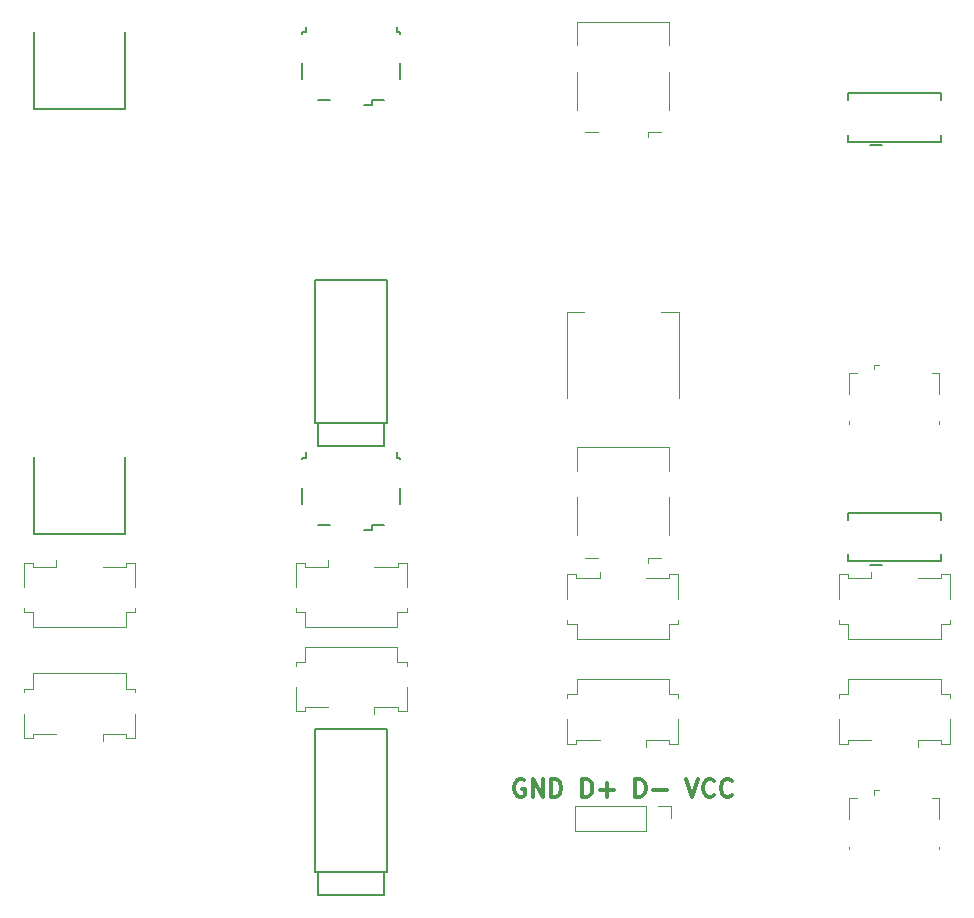
<source format=gbr>
G04 #@! TF.GenerationSoftware,KiCad,Pcbnew,(5.1.5)-3*
G04 #@! TF.CreationDate,2020-04-27T00:01:42+07:00*
G04 #@! TF.ProjectId,adapter,61646170-7465-4722-9e6b-696361645f70,rev?*
G04 #@! TF.SameCoordinates,Original*
G04 #@! TF.FileFunction,Legend,Top*
G04 #@! TF.FilePolarity,Positive*
%FSLAX46Y46*%
G04 Gerber Fmt 4.6, Leading zero omitted, Abs format (unit mm)*
G04 Created by KiCad (PCBNEW (5.1.5)-3) date 2020-04-27 00:01:42*
%MOMM*%
%LPD*%
G04 APERTURE LIST*
%ADD10C,0.300000*%
%ADD11C,0.120000*%
%ADD12C,0.150000*%
%ADD13C,0.200000*%
G04 APERTURE END LIST*
D10*
X62642857Y-78250000D02*
X62500000Y-78178571D01*
X62285714Y-78178571D01*
X62071428Y-78250000D01*
X61928571Y-78392857D01*
X61857142Y-78535714D01*
X61785714Y-78821428D01*
X61785714Y-79035714D01*
X61857142Y-79321428D01*
X61928571Y-79464285D01*
X62071428Y-79607142D01*
X62285714Y-79678571D01*
X62428571Y-79678571D01*
X62642857Y-79607142D01*
X62714285Y-79535714D01*
X62714285Y-79035714D01*
X62428571Y-79035714D01*
X63357142Y-79678571D02*
X63357142Y-78178571D01*
X64214285Y-79678571D01*
X64214285Y-78178571D01*
X64928571Y-79678571D02*
X64928571Y-78178571D01*
X65285714Y-78178571D01*
X65500000Y-78250000D01*
X65642857Y-78392857D01*
X65714285Y-78535714D01*
X65785714Y-78821428D01*
X65785714Y-79035714D01*
X65714285Y-79321428D01*
X65642857Y-79464285D01*
X65500000Y-79607142D01*
X65285714Y-79678571D01*
X64928571Y-79678571D01*
X67571428Y-79678571D02*
X67571428Y-78178571D01*
X67928571Y-78178571D01*
X68142857Y-78250000D01*
X68285714Y-78392857D01*
X68357142Y-78535714D01*
X68428571Y-78821428D01*
X68428571Y-79035714D01*
X68357142Y-79321428D01*
X68285714Y-79464285D01*
X68142857Y-79607142D01*
X67928571Y-79678571D01*
X67571428Y-79678571D01*
X69071428Y-79107142D02*
X70214285Y-79107142D01*
X69642857Y-79678571D02*
X69642857Y-78535714D01*
X72071428Y-79678571D02*
X72071428Y-78178571D01*
X72428571Y-78178571D01*
X72642857Y-78250000D01*
X72785714Y-78392857D01*
X72857142Y-78535714D01*
X72928571Y-78821428D01*
X72928571Y-79035714D01*
X72857142Y-79321428D01*
X72785714Y-79464285D01*
X72642857Y-79607142D01*
X72428571Y-79678571D01*
X72071428Y-79678571D01*
X73571428Y-79107142D02*
X74714285Y-79107142D01*
X76357142Y-78178571D02*
X76857142Y-79678571D01*
X77357142Y-78178571D01*
X78714285Y-79535714D02*
X78642857Y-79607142D01*
X78428571Y-79678571D01*
X78285714Y-79678571D01*
X78071428Y-79607142D01*
X77928571Y-79464285D01*
X77857142Y-79321428D01*
X77785714Y-79035714D01*
X77785714Y-78821428D01*
X77857142Y-78535714D01*
X77928571Y-78392857D01*
X78071428Y-78250000D01*
X78285714Y-78178571D01*
X78428571Y-78178571D01*
X78642857Y-78250000D01*
X78714285Y-78321428D01*
X80214285Y-79535714D02*
X80142857Y-79607142D01*
X79928571Y-79678571D01*
X79785714Y-79678571D01*
X79571428Y-79607142D01*
X79428571Y-79464285D01*
X79357142Y-79321428D01*
X79285714Y-79035714D01*
X79285714Y-78821428D01*
X79357142Y-78535714D01*
X79428571Y-78392857D01*
X79571428Y-78250000D01*
X79785714Y-78178571D01*
X79928571Y-78178571D01*
X80142857Y-78250000D01*
X80214285Y-78321428D01*
D11*
X75060000Y-80440000D02*
X75060000Y-81500000D01*
X74000000Y-80440000D02*
X75060000Y-80440000D01*
X73000000Y-80440000D02*
X73000000Y-82560000D01*
X73000000Y-82560000D02*
X66940000Y-82560000D01*
X73000000Y-80440000D02*
X66940000Y-80440000D01*
X66940000Y-80440000D02*
X66940000Y-82560000D01*
X72960000Y-75410000D02*
X72960000Y-74820000D01*
X72960000Y-74820000D02*
X74940000Y-74820000D01*
X74940000Y-74820000D02*
X74940000Y-75170000D01*
X74940000Y-75170000D02*
X75710000Y-75170000D01*
X75710000Y-75170000D02*
X75710000Y-73120000D01*
X75710000Y-71300000D02*
X75710000Y-71000000D01*
X75710000Y-71000000D02*
X74910000Y-71000000D01*
X74910000Y-71000000D02*
X74910000Y-69700000D01*
X74910000Y-69700000D02*
X67090000Y-69700000D01*
X67090000Y-69700000D02*
X67090000Y-71000000D01*
X67090000Y-71000000D02*
X66290000Y-71000000D01*
X66290000Y-71000000D02*
X66290000Y-71300000D01*
X66290000Y-73120000D02*
X66290000Y-75170000D01*
X66290000Y-75170000D02*
X67060000Y-75170000D01*
X67060000Y-75170000D02*
X67060000Y-74820000D01*
X67060000Y-74820000D02*
X69040000Y-74820000D01*
X44060000Y-72070000D02*
X46040000Y-72070000D01*
X44060000Y-72420000D02*
X44060000Y-72070000D01*
X43290000Y-72420000D02*
X44060000Y-72420000D01*
X43290000Y-70370000D02*
X43290000Y-72420000D01*
X43290000Y-68250000D02*
X43290000Y-68550000D01*
X44090000Y-68250000D02*
X43290000Y-68250000D01*
X44090000Y-66950000D02*
X44090000Y-68250000D01*
X51910000Y-66950000D02*
X44090000Y-66950000D01*
X51910000Y-68250000D02*
X51910000Y-66950000D01*
X52710000Y-68250000D02*
X51910000Y-68250000D01*
X52710000Y-68550000D02*
X52710000Y-68250000D01*
X52710000Y-72420000D02*
X52710000Y-70370000D01*
X51940000Y-72420000D02*
X52710000Y-72420000D01*
X51940000Y-72070000D02*
X51940000Y-72420000D01*
X49960000Y-72070000D02*
X51940000Y-72070000D01*
X49960000Y-72660000D02*
X49960000Y-72070000D01*
D12*
X45200000Y-88000000D02*
X50800000Y-88000000D01*
X50800000Y-86000000D02*
X50800000Y-88000000D01*
X45200000Y-86000000D02*
X45200000Y-88000000D01*
X51050000Y-86000000D02*
X51050000Y-73900000D01*
X44950000Y-86000000D02*
X44950000Y-73900000D01*
X44950000Y-73900000D02*
X51050000Y-73900000D01*
X44950000Y-86000000D02*
X51050000Y-86000000D01*
D11*
X90060000Y-74820000D02*
X92040000Y-74820000D01*
X90060000Y-75170000D02*
X90060000Y-74820000D01*
X89290000Y-75170000D02*
X90060000Y-75170000D01*
X89290000Y-73120000D02*
X89290000Y-75170000D01*
X89290000Y-71000000D02*
X89290000Y-71300000D01*
X90090000Y-71000000D02*
X89290000Y-71000000D01*
X90090000Y-69700000D02*
X90090000Y-71000000D01*
X97910000Y-69700000D02*
X90090000Y-69700000D01*
X97910000Y-71000000D02*
X97910000Y-69700000D01*
X98710000Y-71000000D02*
X97910000Y-71000000D01*
X98710000Y-71300000D02*
X98710000Y-71000000D01*
X98710000Y-75170000D02*
X98710000Y-73120000D01*
X97940000Y-75170000D02*
X98710000Y-75170000D01*
X97940000Y-74820000D02*
X97940000Y-75170000D01*
X95960000Y-74820000D02*
X97940000Y-74820000D01*
X95960000Y-75410000D02*
X95960000Y-74820000D01*
X26960000Y-74910000D02*
X26960000Y-74320000D01*
X26960000Y-74320000D02*
X28940000Y-74320000D01*
X28940000Y-74320000D02*
X28940000Y-74670000D01*
X28940000Y-74670000D02*
X29710000Y-74670000D01*
X29710000Y-74670000D02*
X29710000Y-72620000D01*
X29710000Y-70800000D02*
X29710000Y-70500000D01*
X29710000Y-70500000D02*
X28910000Y-70500000D01*
X28910000Y-70500000D02*
X28910000Y-69200000D01*
X28910000Y-69200000D02*
X21090000Y-69200000D01*
X21090000Y-69200000D02*
X21090000Y-70500000D01*
X21090000Y-70500000D02*
X20290000Y-70500000D01*
X20290000Y-70500000D02*
X20290000Y-70800000D01*
X20290000Y-72620000D02*
X20290000Y-74670000D01*
X20290000Y-74670000D02*
X21060000Y-74670000D01*
X21060000Y-74670000D02*
X21060000Y-74320000D01*
X21060000Y-74320000D02*
X23040000Y-74320000D01*
X92040000Y-60590000D02*
X92040000Y-61180000D01*
X92040000Y-61180000D02*
X90060000Y-61180000D01*
X90060000Y-61180000D02*
X90060000Y-60830000D01*
X90060000Y-60830000D02*
X89290000Y-60830000D01*
X89290000Y-60830000D02*
X89290000Y-62880000D01*
X89290000Y-64700000D02*
X89290000Y-65000000D01*
X89290000Y-65000000D02*
X90090000Y-65000000D01*
X90090000Y-65000000D02*
X90090000Y-66300000D01*
X90090000Y-66300000D02*
X97910000Y-66300000D01*
X97910000Y-66300000D02*
X97910000Y-65000000D01*
X97910000Y-65000000D02*
X98710000Y-65000000D01*
X98710000Y-65000000D02*
X98710000Y-64700000D01*
X98710000Y-62880000D02*
X98710000Y-60830000D01*
X98710000Y-60830000D02*
X97940000Y-60830000D01*
X97940000Y-60830000D02*
X97940000Y-61180000D01*
X97940000Y-61180000D02*
X95960000Y-61180000D01*
X74940000Y-61180000D02*
X72960000Y-61180000D01*
X74940000Y-60830000D02*
X74940000Y-61180000D01*
X75710000Y-60830000D02*
X74940000Y-60830000D01*
X75710000Y-62880000D02*
X75710000Y-60830000D01*
X75710000Y-65000000D02*
X75710000Y-64700000D01*
X74910000Y-65000000D02*
X75710000Y-65000000D01*
X74910000Y-66300000D02*
X74910000Y-65000000D01*
X67090000Y-66300000D02*
X74910000Y-66300000D01*
X67090000Y-65000000D02*
X67090000Y-66300000D01*
X66290000Y-65000000D02*
X67090000Y-65000000D01*
X66290000Y-64700000D02*
X66290000Y-65000000D01*
X66290000Y-60830000D02*
X66290000Y-62880000D01*
X67060000Y-60830000D02*
X66290000Y-60830000D01*
X67060000Y-61180000D02*
X67060000Y-60830000D01*
X69040000Y-61180000D02*
X67060000Y-61180000D01*
X69040000Y-60590000D02*
X69040000Y-61180000D01*
X46040000Y-59590000D02*
X46040000Y-60180000D01*
X46040000Y-60180000D02*
X44060000Y-60180000D01*
X44060000Y-60180000D02*
X44060000Y-59830000D01*
X44060000Y-59830000D02*
X43290000Y-59830000D01*
X43290000Y-59830000D02*
X43290000Y-61880000D01*
X43290000Y-63700000D02*
X43290000Y-64000000D01*
X43290000Y-64000000D02*
X44090000Y-64000000D01*
X44090000Y-64000000D02*
X44090000Y-65300000D01*
X44090000Y-65300000D02*
X51910000Y-65300000D01*
X51910000Y-65300000D02*
X51910000Y-64000000D01*
X51910000Y-64000000D02*
X52710000Y-64000000D01*
X52710000Y-64000000D02*
X52710000Y-63700000D01*
X52710000Y-61880000D02*
X52710000Y-59830000D01*
X52710000Y-59830000D02*
X51940000Y-59830000D01*
X51940000Y-59830000D02*
X51940000Y-60180000D01*
X51940000Y-60180000D02*
X49960000Y-60180000D01*
X23040000Y-59590000D02*
X23040000Y-60180000D01*
X23040000Y-60180000D02*
X21060000Y-60180000D01*
X21060000Y-60180000D02*
X21060000Y-59830000D01*
X21060000Y-59830000D02*
X20290000Y-59830000D01*
X20290000Y-59830000D02*
X20290000Y-61880000D01*
X20290000Y-63700000D02*
X20290000Y-64000000D01*
X20290000Y-64000000D02*
X21090000Y-64000000D01*
X21090000Y-64000000D02*
X21090000Y-65300000D01*
X21090000Y-65300000D02*
X28910000Y-65300000D01*
X28910000Y-65300000D02*
X28910000Y-64000000D01*
X28910000Y-64000000D02*
X29710000Y-64000000D01*
X29710000Y-64000000D02*
X29710000Y-63700000D01*
X29710000Y-61880000D02*
X29710000Y-59830000D01*
X29710000Y-59830000D02*
X28940000Y-59830000D01*
X28940000Y-59830000D02*
X28940000Y-60180000D01*
X28940000Y-60180000D02*
X26960000Y-60180000D01*
D13*
X21150000Y-57400000D02*
X21150000Y-50900000D01*
X28850000Y-57400000D02*
X28850000Y-50900000D01*
X28850000Y-57400000D02*
X21150000Y-57400000D01*
D12*
X46200000Y-56650000D02*
X45200000Y-56650000D01*
X49800000Y-56650000D02*
X50800000Y-56650000D01*
X49800000Y-57075000D02*
X49800000Y-56650000D01*
X49075000Y-57075000D02*
X49800000Y-57075000D01*
X43850000Y-53500000D02*
X43850000Y-54900000D01*
X43850000Y-50950000D02*
X43850000Y-51100000D01*
X44150000Y-50950000D02*
X43850000Y-50950000D01*
X44150000Y-50500000D02*
X44150000Y-50950000D01*
X51850000Y-50950000D02*
X51850000Y-50500000D01*
X52150000Y-50950000D02*
X51850000Y-50950000D01*
X52150000Y-51100000D02*
X52150000Y-50950000D01*
X52150000Y-54900000D02*
X52150000Y-53500000D01*
D11*
X90190000Y-79790000D02*
X90850000Y-79790000D01*
X90190000Y-81520000D02*
X90190000Y-79790000D01*
X97810000Y-84090000D02*
X97810000Y-83880000D01*
X90190000Y-84090000D02*
X90190000Y-83880000D01*
X97810000Y-81520000D02*
X97810000Y-79790000D01*
X97810000Y-79790000D02*
X97160000Y-79790000D01*
X92240000Y-79090000D02*
X92690000Y-79090000D01*
X92240000Y-79090000D02*
X92240000Y-79480000D01*
X67090000Y-50090000D02*
X74910000Y-50090000D01*
X73110000Y-59410000D02*
X73110000Y-59840000D01*
X67090000Y-50090000D02*
X67090000Y-52040000D01*
X67090000Y-54260000D02*
X67090000Y-57490000D01*
X68890000Y-59410000D02*
X67810000Y-59410000D01*
X74190000Y-59410000D02*
X73110000Y-59410000D01*
X74910000Y-54260000D02*
X74910000Y-57490000D01*
X74910000Y-50090000D02*
X74910000Y-52040000D01*
D12*
X91900000Y-60000000D02*
X92900000Y-60000000D01*
X90100000Y-55600000D02*
X97900000Y-55600000D01*
X90100000Y-59100000D02*
X90100000Y-59700000D01*
X90100000Y-59700000D02*
X97900000Y-59700000D01*
X97900000Y-59700000D02*
X97900000Y-59100000D01*
X90100000Y-56200000D02*
X90100000Y-55600000D01*
X97900000Y-55600000D02*
X97900000Y-56200000D01*
D11*
X92240000Y-43090000D02*
X92240000Y-43480000D01*
X92240000Y-43090000D02*
X92690000Y-43090000D01*
X97810000Y-43790000D02*
X97160000Y-43790000D01*
X97810000Y-45520000D02*
X97810000Y-43790000D01*
X90190000Y-48090000D02*
X90190000Y-47880000D01*
X97810000Y-48090000D02*
X97810000Y-47880000D01*
X90190000Y-45520000D02*
X90190000Y-43790000D01*
X90190000Y-43790000D02*
X90850000Y-43790000D01*
X66250000Y-38630000D02*
X67750000Y-38630000D01*
X66250000Y-38630000D02*
X66250000Y-45890000D01*
X75750000Y-38630000D02*
X75750000Y-45890000D01*
X74250000Y-38630000D02*
X75750000Y-38630000D01*
D12*
X97900000Y-20100000D02*
X97900000Y-20700000D01*
X90100000Y-20700000D02*
X90100000Y-20100000D01*
X97900000Y-24200000D02*
X97900000Y-23600000D01*
X90100000Y-24200000D02*
X97900000Y-24200000D01*
X90100000Y-23600000D02*
X90100000Y-24200000D01*
X90100000Y-20100000D02*
X97900000Y-20100000D01*
X91900000Y-24500000D02*
X92900000Y-24500000D01*
D11*
X74910000Y-14090000D02*
X74910000Y-16040000D01*
X74910000Y-18260000D02*
X74910000Y-21490000D01*
X74190000Y-23410000D02*
X73110000Y-23410000D01*
X68890000Y-23410000D02*
X67810000Y-23410000D01*
X67090000Y-18260000D02*
X67090000Y-21490000D01*
X67090000Y-14090000D02*
X67090000Y-16040000D01*
X73110000Y-23410000D02*
X73110000Y-23840000D01*
X67090000Y-14090000D02*
X74910000Y-14090000D01*
D12*
X52150000Y-18900000D02*
X52150000Y-17500000D01*
X52150000Y-15100000D02*
X52150000Y-14950000D01*
X52150000Y-14950000D02*
X51850000Y-14950000D01*
X51850000Y-14950000D02*
X51850000Y-14500000D01*
X44150000Y-14500000D02*
X44150000Y-14950000D01*
X44150000Y-14950000D02*
X43850000Y-14950000D01*
X43850000Y-14950000D02*
X43850000Y-15100000D01*
X43850000Y-17500000D02*
X43850000Y-18900000D01*
X49075000Y-21075000D02*
X49800000Y-21075000D01*
X49800000Y-21075000D02*
X49800000Y-20650000D01*
X49800000Y-20650000D02*
X50800000Y-20650000D01*
X46200000Y-20650000D02*
X45200000Y-20650000D01*
D13*
X28850000Y-21400000D02*
X21150000Y-21400000D01*
X28850000Y-21400000D02*
X28850000Y-14900000D01*
X21150000Y-21400000D02*
X21150000Y-14900000D01*
D12*
X44950000Y-48000000D02*
X51050000Y-48000000D01*
X44950000Y-35900000D02*
X51050000Y-35900000D01*
X44950000Y-48000000D02*
X44950000Y-35900000D01*
X51050000Y-48000000D02*
X51050000Y-35900000D01*
X45200000Y-48000000D02*
X45200000Y-50000000D01*
X50800000Y-48000000D02*
X50800000Y-50000000D01*
X45200000Y-50000000D02*
X50800000Y-50000000D01*
M02*

</source>
